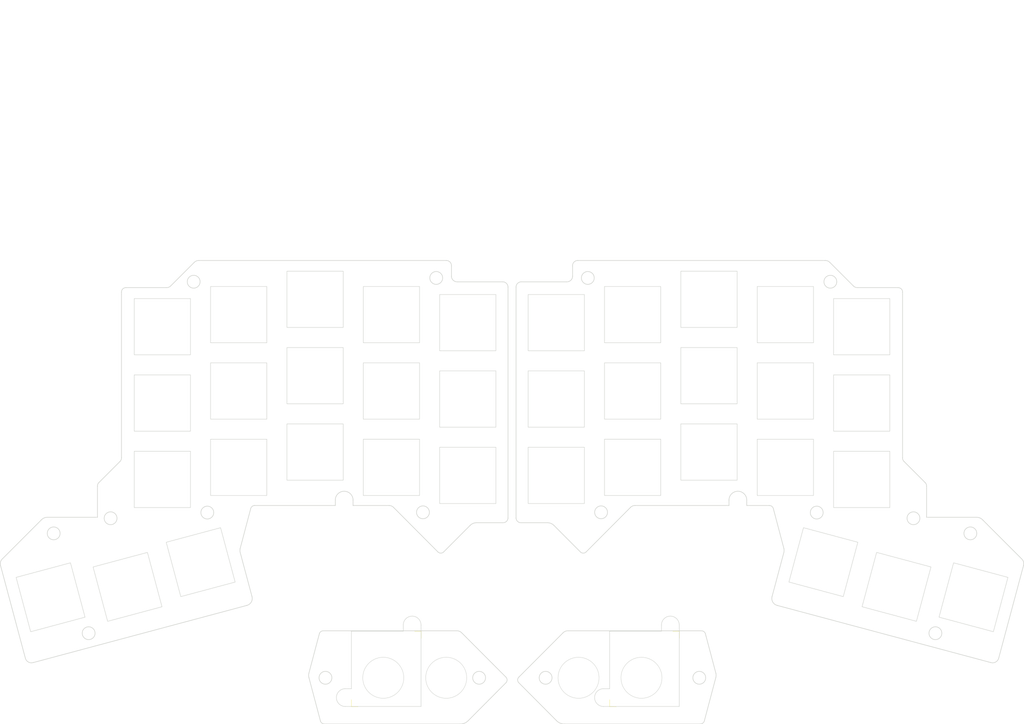
<source format=kicad_pcb>
(kicad_pcb (version 20211014) (generator pcbnew)
  (layers (0 "F.Cu" signal) (31 "B.Cu" signal) (34 "B.Paste" user) (35 "F.Paste" user) (36 "B.SilkS" user "B.Silkscreen") (37 "F.SilkS" user "F.Silkscreen") (38 "B.Mask" user) (39 "F.Mask" user) (44 "Edge.Cuts" user))
  (net 0 "")
  (footprint "jw_custom_footprint:CherryMX_Hotswap_cutout_switch_plate" (layer "F.Cu") (at 178.216184 76.183081)
    (fp_text reference "SW12" hide)
    (fp_text value "SW12")
    (fp_rect (start -7 -7) (end 7 7) (layer "Edge.Cuts") (width 0.12) (fill none))
  )
  (footprint "jw_custom_footprint:CherryMX_Hotswap_cutout_switch_plate" (layer "F.Cu") (at 178.216184 57.183481)
    (fp_text reference "SW7" hide)
    (fp_text value "SW7")
    (fp_rect (start -7 -7) (end 7 7) (layer "Edge.Cuts") (width 0.12) (fill none))
  )
  (footprint "jw_custom_footprint:CherryMX_Hotswap_cutout_switch_plate" (layer "F.Cu") (at 263.027044 108.508798 -15)
    (fp_text reference "SW20" hide)
    (fp_text value "SW20")
    (fp_rect (start -7 -7) (end 7 7) (layer "Edge.Cuts") (width 0.12) (fill none))
  )
  (footprint "jw_custom_footprint:MountingHole_3.2mm_M3_cutout" (layer "F.Cu") (at 227.417011 29.995237)
    (fp_text reference "TH1")
    (fp_text value "HOLE")
    (fp_circle (center 0 0) (end 1.6 0) (layer "Edge.Cuts") (width 0.15) (fill none))
  )
  (footprint "jw_custom_footprint:contact_button_cutout_10mm" (layer "F.Cu") (at 164.757992 128.539277)
    (fp_text reference "SW16" hide)
    (fp_text value "SW_Contact_Pad")
    (fp_circle (center 0 0) (end 5.1 0) (layer "Edge.Cuts") (width 0.1) (fill none))
  )
  (footprint "jw_custom_footprint:Nintendo_Switch_JOYSTICK_cutout_no_cable" (layer "F.Cu") (at 116.172989 126.332087)
    (fp_text reference "REF**")
    (fp_text value "Nintendo_Switch_JOYSTICK_cutout_no_cable")
    (fp_line (start -7.9248 9.398) (end -7.9248 7.6708) (layer "F.SilkS") (width 0.12))
    (fp_line (start 7.8232 -9.3472) (end 9.4488 -9.3472) (layer "F.SilkS") (width 0.12))
    (fp_line (start 9.4488 -9.3472) (end 9.4488 -7.62) (layer "F.SilkS") (width 0.12))
    (fp_line (start -6.2992 9.398) (end -7.9248 9.398) (layer "F.SilkS") (width 0.12))
    (fp_line (start -7.9248 4.9276) (end -9.4488 4.9276) (layer "Edge.Cuts") (width 0.12))
    (fp_line (start 4.9784 -9.398) (end 4.9784 -10.922) (layer "Edge.Cuts") (width 0.12))
    (fp_line (start 9.398 -10.922) (end 9.398 9.3472) (layer "Edge.Cuts") (width 0.12))
    (fp_line (start 9.398 9.3472) (end -9.4488 9.3472) (layer "Edge.Cuts") (width 0.12))
    (fp_line (start -7.9248 -9.398) (end -7.9248 4.9276) (layer "Edge.Cuts") (width 0.12))
    (fp_line (start -7.9248 -9.398) (end 4.9784 -9.398) (layer "Edge.Cuts") (width 0.12))
    (fp_arc (start 4.9784 -10.925142) (mid 7.189771 -13.13326) (end 9.398 -10.922) (layer "Edge.Cuts") (width 0.12))
    (fp_arc (start -9.4488 9.3472) (mid -11.660063 7.138971) (end -9.451942 4.9276) (layer "Edge.Cuts") (width 0.12))
  )
  (footprint "jw_custom_footprint:CherryMX_Hotswap_cutout_switch_plate" (layer "F.Cu") (at 159.215984 40.182481)
    (fp_text reference "SW1" hide)
    (fp_text value "SW1")
    (fp_rect (start -7 -7) (end 7 7) (layer "Edge.Cuts") (width 0.12) (fill none))
  )
  (footprint "jw_custom_footprint:CherryMX_Hotswap_cutout_switch_plate" (layer "F.Cu") (at 159.215984 59.182881)
    (fp_text reference "SW6" hide)
    (fp_text value "SW6")
    (fp_rect (start -7 -7) (end 7 7) (layer "Edge.Cuts") (width 0.12) (fill none))
  )
  (footprint "jw_custom_footprint:MountingHole_3.2mm_M3_cutout" (layer "F.Cu") (at 224.026056 87.433687)
    (fp_text reference "TH4")
    (fp_text value "HOLE")
    (fp_circle (center 0 0) (end 1.6 0) (layer "Edge.Cuts") (width 0.15) (fill none))
  )
  (footprint "jw_custom_footprint:MountingHole_3.2mm_M3_cutout" (layer "F.Cu") (at 248.091844 88.8492 180)
    (fp_text reference "MCU_1")
    (fp_text value "HOLE")
    (fp_circle (center 0 0) (end 1.6 0) (layer "Edge.Cuts") (width 0.15) (fill none))
  )
  (footprint "jw_custom_footprint:MountingHole_3.2mm_M3_cutout" (layer "F.Cu") (at 170.368611 87.371037)
    (fp_text reference "TH3")
    (fp_text value "HOLE")
    (fp_circle (center 0 0) (end 1.6 0) (layer "Edge.Cuts") (width 0.15) (fill none))
  )
  (footprint "jw_custom_footprint:MountingHole_3.2mm_M3_cutout" (layer "F.Cu") (at 262.251618 92.6084)
    (fp_text reference "MCU_2")
    (fp_text value "HOLE")
    (fp_circle (center 0 0) (end 1.6 0) (layer "Edge.Cuts") (width 0.15) (fill none))
  )
  (footprint "jw_custom_footprint:CherryMX_Hotswap_cutout_switch_plate" (layer "F.Cu") (at 243.875444 105.918 -15)
    (fp_text reference "SW19" hide)
    (fp_text value "SW19")
    (fp_rect (start -7 -7) (end 7 7) (layer "Edge.Cuts") (width 0.12) (fill none))
  )
  (footprint "jw_custom_footprint:contact_button_cutout_10mm" (layer "F.Cu") (at 180.416366 128.539277)
    (fp_text reference "SW17" hide)
    (fp_text value "SW_Contact_Pad")
    (fp_circle (center 0 0) (end 5.1 0) (layer "Edge.Cuts") (width 0.1) (fill none))
  )
  (footprint "jw_custom_footprint:CherryMX_Hotswap_cutout_switch_plate" (layer "F.Cu") (at 197.215584 72.373281)
    (fp_text reference "SW13" hide)
    (fp_text value "SW13")
    (fp_rect (start -7 -7) (end 7 7) (layer "Edge.Cuts") (width 0.12) (fill none))
  )
  (footprint "jw_custom_footprint:Nintendo_Switch_JOYSTICK_cutout_no_cable" (layer "F.Cu") (at 180.416366 126.332087)
    (fp_text reference "REF**")
    (fp_text value "Nintendo_Switch_JOYSTICK_cutout_no_cable")
    (fp_line (start -7.9248 9.398) (end -7.9248 7.6708) (layer "F.SilkS") (width 0.12))
    (fp_line (start 9.4488 -9.3472) (end 9.4488 -7.62) (layer "F.SilkS") (width 0.12))
    (fp_line (start -6.2992 9.398) (end -7.9248 9.398) (layer "F.SilkS") (width 0.12))
    (fp_line (start 7.8232 -9.3472) (end 9.4488 -9.3472) (layer "F.SilkS") (width 0.12))
    (fp_line (start -7.9248 4.9276) (end -9.4488 4.9276) (layer "Edge.Cuts") (width 0.12))
    (fp_line (start -7.9248 -9.398) (end 4.9784 -9.398) (layer "Edge.Cuts") (width 0.12))
    (fp_line (start 4.9784 -9.398) (end 4.9784 -10.922) (layer "Edge.Cuts") (width 0.12))
    (fp_line (start -7.9248 -9.398) (end -7.9248 4.9276) (layer "Edge.Cuts") (width 0.12))
    (fp_line (start 9.398 -10.922) (end 9.398 9.3472) (layer "Edge.Cuts") (width 0.12))
    (fp_line (start 9.398 9.3472) (end -9.4488 9.3472) (layer "Edge.Cuts") (width 0.12))
    (fp_arc (start -9.4488 9.3472) (mid -11.660063 7.138971) (end -9.451942 4.9276) (layer "Edge.Cuts") (width 0.12))
    (fp_arc (start 4.9784 -10.925142) (mid 7.189771 -13.13326) (end 9.398 -10.922) (layer "Edge.Cuts") (width 0.12))
  )
  (footprint "jw_custom_footprint:MountingHole_3.2mm_M3_cutout" (layer "F.Cu") (at 253.552844 117.4496)
    (fp_text reference "TH5")
    (fp_text value "HOLE")
    (fp_circle (center 0 0) (end 1.6 0) (layer "Edge.Cuts") (width 0.15) (fill none))
  )
  (footprint "jw_custom_footprint:CherryMX_Hotswap_cutout_switch_plate" (layer "F.Cu") (at 216.215784 38.183321)
    (fp_text reference "SW4" hide)
    (fp_text value "SW4")
    (fp_rect (start -7 -7) (end 7 7) (layer "Edge.Cuts") (width 0.12) (fill none))
  )
  (footprint "jw_custom_footprint:CherryMX_Hotswap_cutout_switch_plate" (layer "F.Cu") (at 178.216184 38.183881)
    (fp_text reference "SW2" hide)
    (fp_text value "SW2")
    (fp_rect (start -7 -7) (end 7 7) (layer "Edge.Cuts") (width 0.12) (fill none))
  )
  (footprint "jw_custom_footprint:CherryMX_Hotswap_cutout_switch_plate" (layer "F.Cu") (at 235.215482 41.183881)
    (fp_text reference "SW5" hide)
    (fp_text value "SW5")
    (fp_rect (start -7 -7) (end 7 7) (layer "Edge.Cuts") (width 0.12) (fill none))
  )
  (footprint "jw_custom_footprint:CherryMX_Hotswap_cutout_switch_plate" (layer "F.Cu") (at 216.215784 76.183681)
    (fp_text reference "SW14" hide)
    (fp_text value "SW14")
    (fp_rect (start -7 -7) (end 7 7) (layer "Edge.Cuts") (width 0.12) (fill none))
  )
  (footprint "jw_custom_footprint:CherryMX_Hotswap_cutout_switch_plate" (layer "F.Cu") (at 225.675618 99.771606 -15)
    (fp_text reference "SW18" hide)
    (fp_text value "SW18")
    (fp_rect (start -7 -7) (end 7 7) (layer "Edge.Cuts") (width 0.12) (fill none))
  )
  (footprint "jw_custom_footprint:MountingHole_3.2mm_M3_cutout" (layer "F.Cu") (at 194.801856 128.539277)
    (fp_text reference "JY_BT_2")
    (fp_text value "HOLE")
    (fp_circle (center 0 0) (end 1.6 0) (layer "Edge.Cuts") (width 0.15) (fill none))
  )
  (footprint "jw_custom_footprint:CherryMX_Hotswap_cutout_switch_plate" (layer "F.Cu") (at 235.215482 79.183681)
    (fp_text reference "SW15" hide)
    (fp_text value "SW15")
    (fp_rect (start -7 -7) (end 7 7) (layer "Edge.Cuts") (width 0.12) (fill none))
  )
  (footprint "jw_custom_footprint:CherryMX_Hotswap_cutout_switch_plate" (layer "F.Cu") (at 216.215784 57.183281)
    (fp_text reference "SW9" hide)
    (fp_text value "SW9")
    (fp_rect (start -7 -7) (end 7 7) (layer "Edge.Cuts") (width 0.12) (fill none))
  )
  (footprint "jw_custom_footprint:CherryMX_Hotswap_cutout_switch_plate" (layer "F.Cu") (at 235.215482 60.183681)
    (fp_text reference "SW10" hide)
    (fp_text value "SW10")
    (fp_rect (start -7 -7) (end 7 7) (layer "Edge.Cuts") (width 0.12) (fill none))
  )
  (footprint "jw_custom_footprint:CherryMX_Hotswap_cutout_switch_plate" (layer "F.Cu") (at 197.215584 34.373121)
    (fp_text reference "SW3" hide)
    (fp_text value "SW3")
    (fp_rect (start -7 -7) (end 7 7) (layer "Edge.Cuts") (width 0.12) (fill none))
  )
  (footprint "jw_custom_footprint:MountingHole_3.2mm_M3_cutout" (layer "F.Cu") (at 156.5656 128.539277)
    (fp_text reference "JY_BT_1")
    (fp_text value "HOLE")
    (fp_circle (center 0 0) (end 1.6 0) (layer "Edge.Cuts") (width 0.15) (fill none))
  )
  (footprint "jw_custom_footprint:MountingHole_3.2mm_M3_cutout" (layer "F.Cu") (at 167.065844 29.0534)
    (fp_text reference "TH2")
    (fp_text value "HOLE")
    (fp_circle (center 0 0) (end 1.6 0) (layer "Edge.Cuts") (width 0.15) (fill none))
  )
  (footprint "jw_custom_footprint:CherryMX_Hotswap_cutout_switch_plate" (layer "F.Cu") (at 197.215584 53.373081)
    (fp_text reference "SW8" hide)
    (fp_text value "SW8")
    (fp_rect (start -7 -7) (end 7 7) (layer "Edge.Cuts") (width 0.12) (fill none))
  )
  (footprint "jw_custom_footprint:CherryMX_Hotswap_cutout_switch_plate" (layer "F.Cu") (at 159.215984 78.183281)
    (fp_text reference "SW11" hide)
    (fp_text value "SW11")
    (fp_rect (start -7 -7) (end 7 7) (layer "Edge.Cuts") (width 0.12) (fill none))
  )
  (footprint "jw_custom_footprint:MountingHole_3.2mm_M3_cutout" (layer "B.Cu") (at 34.16515 92.6084 180)
    (fp_text reference "MCU_2")
    (fp_text value "HOLE")
    (fp_circle (center 0 0) (end 1.6 0) (layer "Edge.Cuts") (width 0.15) (fill none))
  )
  (footprint "jw_custom_footprint:MountingHole_3.2mm_M3_cutout" (layer "B.Cu") (at 140.023755 128.539277 180)
    (fp_text reference "JY_BT_1")
    (fp_text value "HOLE")
    (fp_circle (center 0 0) (end 1.6 0) (layer "Edge.Cuts") (width 0.15) (fill none))
  )
  (footprint "jw_custom_footprint:CherryMX_Hotswap_cutout_switch_plate" (layer "B.Cu") (at 137.200784 59.182881 180)
    (fp_text reference "SW6" hide)
    (fp_text value "SW6")
    (fp_rect (start -7 7) (end 7 -7) (layer "Edge.Cuts") (width 0.12) (fill none))
  )
  (footprint "jw_custom_footprint:CherryMX_Hotswap_cutout_switch_plate" (layer "B.Cu") (at 61.201286 60.183681 180)
    (fp_text reference "SW10" hide)
    (fp_text value "SW10")
    (fp_rect (start -7 7) (end 7 -7) (layer "Edge.Cuts") (width 0.12) (fill none))
  )
  (footprint "jw_custom_footprint:contact_button_cutout_10mm" (layer "B.Cu") (at 116.172989 128.539277 180)
    (fp_text reference "SW17" hide)
    (fp_text value "SW_Contact_Pad")
    (fp_circle (center 0 0) (end 5.1 0) (layer "Edge.Cuts") (width 0.1) (fill none))
  )
  (footprint "jw_custom_footprint:CherryMX_Hotswap_cutout_switch_plate" (layer "B.Cu") (at 137.200784 78.183281 180)
    (fp_text reference "SW11" hide)
    (fp_text value "SW11")
    (fp_rect (start -7 7) (end 7 -7) (layer "Edge.Cuts") (width 0.12) (fill none))
  )
  (footprint "jw_custom_footprint:CherryMX_Hotswap_cutout_switch_plate" (layer "B.Cu") (at 70.74115 99.771606 -165)
    (fp_text reference "SW18" hide)
    (fp_text value "SW18")
    (fp_rect (start -7 7) (end 7 -7) (layer "Edge.Cuts") (width 0.12) (fill none))
  )
  (footprint "jw_custom_footprint:CherryMX_Hotswap_cutout_switch_plate" (layer "B.Cu") (at 33.389724 108.508798 -165)
    (fp_text reference "SW20" hide)
    (fp_text value "SW20")
    (fp_rect (start -7 7) (end 7 -7) (layer "Edge.Cuts") (width 0.12) (fill none))
  )
  (footprint "jw_custom_footprint:MountingHole_3.2mm_M3_cutout" (layer "B.Cu") (at 42.863924 117.4496 180)
    (fp_text reference "TH5")
    (fp_text value "HOLE")
    (fp_circle (center 0 0) (end 1.6 0) (layer "Edge.Cuts") (width 0.15) (fill none))
  )
  (footprint "jw_custom_footprint:CherryMX_Hotswap_cutout_switch_plate" (layer "B.Cu") (at 61.201286 41.183881 180)
    (fp_text reference "SW5" hide)
    (fp_text value "SW5")
    (fp_rect (start -7 7) (end 7 -7) (layer "Edge.Cuts") (width 0.12) (fill none))
  )
  (footprint "jw_custom_footprint:MountingHole_3.2mm_M3_cutout" (layer "B.Cu") (at 72.390712 87.433687 180)
    (fp_text reference "TH4")
    (fp_text value "HOLE")
    (fp_circle (center 0 0) (end 1.6 0) (layer "Edge.Cuts") (width 0.15) (fill none))
  )
  (footprint "jw_custom_footprint:CherryMX_Hotswap_cutout_switch_plate" (layer "B.Cu") (at 99.201184 34.373121 180)
    (fp_text reference "SW3" hide)
    (fp_text value "SW3")
    (fp_rect (start -7 7) (end 7 -7) (layer "Edge.Cuts") (width 0.12) (fill none))
  )
  (footprint "jw_custom_footprint:MountingHole_3.2mm_M3_cutout" (layer "B.Cu") (at 48.324924 88.8492)
    (fp_text reference "MCU_1")
    (fp_text value "HOLE")
    (fp_circle (center 0 0) (end 1.6 0) (layer "Edge.Cuts") (width 0.15) (fill none))
  )
  (footprint "jw_custom_footprint:CherryMX_Hotswap_cutout_switch_plate" (layer "B.Cu") (at 80.200984 57.183281 180)
    (fp_text reference "SW9" hide)
    (fp_text value "SW9")
    (fp_rect (start -7 7) (end 7 -7) (layer "Edge.Cuts") (width 0.12) (fill none))
  )
  (footprint "jw_custom_footprint:CherryMX_Hotswap_cutout_switch_plate" (layer "B.Cu") (at 80.200984 76.183681 180)
    (fp_text reference "SW14" hide)
    (fp_text value "SW14")
    (fp_rect (start -7 7) (end 7 -7) (layer "Edge.Cuts") (width 0.12) (fill none))
  )
  (footprint "jw_custom_footprint:MountingHole_3.2mm_M3_cutout" (layer "B.Cu") (at 101.787499 128.539277 180)
    (fp_text reference "JY_BT_2")
    (fp_text value "HOLE")
    (fp_circle (center 0 0) (end 1.6 0) (layer "Edge.Cuts") (width 0.15) (fill none))
  )
  (footprint "jw_custom_footprint:CherryMX_Hotswap_cutout_switch_plate" (layer "B.Cu") (at 99.201184 72.373281 180)
    (fp_text reference "SW13" hide)
    (fp_text value "SW13")
    (fp_rect (start -7 7) (end 7 -7) (layer "Edge.Cuts") (width 0.12) (fill none))
  )
  (footprint "jw_custom_footprint:CherryMX_Hotswap_cutout_switch_plate" (layer "B.Cu") (at 80.200984 38.183321 180)
    (fp_text reference "SW4" hide)
    (fp_text value "SW4")
    (fp_rect (start -7 7) (end 7 -7) (layer "Edge.Cuts") (width 0.12) (fill none))
  )
  (footprint "jw_custom_footprint:CherryMX_Hotswap_cutout_switch_plate" (layer "B.Cu") (at 118.200584 76.183081 180)
    (fp_text reference "SW12" hide)
    (fp_text value "SW12")
    (fp_rect (start -7 7) (end 7 -7) (layer "Edge.Cuts") (width 0.12) (fill none))
  )
  (footprint "jw_custom_footprint:CherryMX_Hotswap_cutout_switch_plate" (layer "B.Cu") (at 99.201184 53.373081 180)
    (fp_text reference "SW8" hide)
    (fp_text value "SW8")
    (fp_rect (start -7 7) (end 7 -7) (layer "Edge.Cuts") (width 0.12) (fill none))
  )
  (footprint "jw_custom_footprint:contact_button_cutout_10mm" (layer "B.Cu") (at 131.831363 128.539277 180)
    (fp_text reference "SW16" hide)
    (fp_text value "SW_Contact_Pad")
    (fp_circle (center 0 0) (end 5.1 0) (layer "Edge.Cuts") (width 0.1) (fill none))
  )
  (footprint "jw_custom_footprint:CherryMX_Hotswap_cutout_switch_plate" (layer "B.Cu") (at 118.200584 38.183881 180)
    (fp_text reference "SW2" hide)
    (fp_text value "SW2")
    (fp_rect (start -7 7) (end 7 -7) (layer "Edge.Cuts") (width 0.12) (fill none))
  )
  (footprint "jw_custom_footprint:MountingHole_3.2mm_M3_cutout" (layer "B.Cu") (at 129.350924 29.0534 180)
    (fp_text reference "TH2")
    (fp_text value "HOLE")
    (fp_circle (center 0 0) (end 1.6 0) (layer "Edge.Cuts") (width 0.15) (fill none))
  )
  (footprint "jw_custom_footprint:MountingHole_3.2mm_M3_cutout" (layer "B.Cu") (at 68.999757 29.995237 180)
    (fp_text reference "TH1")
    (fp_text value "HOLE")
    (fp_circle (center 0 0) (end 1.6 0) (layer "Edge.Cuts") (width 0.15) (fill none))
  )
  (footprint "jw_custom_footprint:MountingHole_3.2mm_M3_cutout" (layer "B.Cu") (at 126.048157 87.371037 180)
    (fp_text reference "TH3")
    (fp_text value "HOLE")
    (fp_circle (center 0 0) (end 1.6 0) (layer "Edge.Cuts") (width 0.15) (fill none))
  )
  (footprint "jw_custom_footprint:CherryMX_Hotswap_cutout_switch_plate" (layer "B.Cu") (at 52.541324 105.918 -165)
    (fp_text reference "SW19" hide)
    (fp_text value "SW19")
    (fp_rect (start -7 7) (end 7 -7) (layer "Edge.Cuts") (width 0.12) (fill none))
  )
  (footprint "jw_custom_footprint:CherryMX_Hotswap_cutout_switch_plate" (layer "B.Cu") (at 137.200784 40.182481 180)
    (fp_text reference "SW1" hide)
    (fp_text value "SW1")
    (fp_rect (start -7 7) (end 7 -7) (layer "Edge.Cuts") (width 0.12) (fill none))
  )
  (footprint "jw_custom_footprint:CherryMX_Hotswap_cutout_switch_plate" (layer "B.Cu") (at 118.200584 57.183481 180)
    (fp_text reference "SW7" hide)
    (fp_text value "SW7")
    (fp_rect (start -7 7) (end 7 -7) (layer "Edge.Cuts") (width 0.12) (fill none))
  )
  (footprint "jw_custom_footprint:CherryMX_Hotswap_cutout_switch_plate" (layer "B.Cu") (at 61.201286 79.183681 180)
    (fp_text reference "SW15" hide)
    (fp_text value "SW15")
    (fp_rect (start -7 7) (end 7 -7) (layer "Edge.Cuts") (width 0.12) (fill none))
  )
  (gr_arc (start 146.668345 128.357367) (mid 146.980287 129.063223) (end 146.693745 129.779767) (layer "Edge.Cuts") (width 0.15))
  (gr_line (start 131.840124 24.711187) (end 70.307912 24.711391) (layer "Edge.Cuts") (width 0.15))
  (gr_arc (start 149.208384 31.312916) (mid 149.610098 30.391312) (end 150.543856 30.018721) (layer "Edge.Cuts") (width 0.15))
  (gr_line (start 133.140426 28.620516) (end 133.140426 26.069681) (layer "Edge.Cuts") (width 0.15))
  (gr_line (start 134.425545 116.847167) (end 101.253145 116.847167) (layer "Edge.Cuts") (width 0.15))
  (gr_arc (start 150.339218 89.962606) (mid 149.551209 89.590828) (end 149.208384 88.789806) (layer "Edge.Cuts") (width 0.15))
  (gr_arc (start 101.507145 140.031777) (mid 100.908892 139.821816) (end 100.541945 139.304767) (layer "Edge.Cuts") (width 0.15))
  (gr_arc (start 100.287945 117.511567) (mid 100.665926 117.027383) (end 101.253145 116.847167) (layer "Edge.Cuts") (width 0.15))
  (gr_arc (start 137.305188 139.216596) (mid 136.375954 139.840466) (end 135.273188 140.031777) (layer "Edge.Cuts") (width 0.15))
  (gr_line (start 159.284167 139.216596) (end 149.89561 129.779767) (layer "Edge.Cuts") (width 0.15))
  (gr_arc (start 163.276342 26.069681) (mid 163.632636 25.109179) (end 164.576644 24.711187) (layer "Edge.Cuts") (width 0.15))
  (gr_line (start 52.164639 31.467383) (end 62.179912 31.467383) (layer "Edge.Cuts") (width 0.15))
  (gr_arc (start 51.037372 32.572487) (mid 51.362714 31.776971) (end 52.164639 31.467791) (layer "Edge.Cuts") (width 0.15))
  (gr_arc (start 63.297512 31.023087) (mid 62.785787 31.363642) (end 62.179912 31.467383) (layer "Edge.Cuts") (width 0.15))
  (gr_line (start 206.61381 84.336297) (end 206.61381 85.675777) (layer "Edge.Cuts") (width 0.15))
  (gr_arc (start 161.316167 140.031777) (mid 160.213396 139.840476) (end 159.284167 139.216596) (layer "Edge.Cuts") (width 0.15))
  (gr_line (start 83.493714 108.281777) (end 80.584906 97.410577) (layer "Edge.Cuts") (width 0.15))
  (gr_line (start 146.07755 89.962606) (end 139.451557 89.962606) (layer "Edge.Cuts") (width 0.15))
  (gr_line (start 51.037372 73.771287) (end 51.037372 32.572487) (layer "Edge.Cuts") (width 0.15))
  (gr_arc (start 45.060312 80.883287) (mid 45.15479 80.354907) (end 45.466712 79.918087) (layer "Edge.Cuts") (width 0.15))
  (gr_arc (start 145.872912 30.018721) (mid 146.806681 30.391306) (end 147.208384 31.312916) (layer "Edge.Cuts") (width 0.15))
  (gr_line (start 147.208384 88.789806) (end 147.208384 31.312916) (layer "Edge.Cuts") (width 0.15))
  (gr_line (start 45.060312 80.883287) (end 45.060312 88.604887) (layer "Edge.Cuts") (width 0.15))
  (gr_arc (start 245.768456 74.736487) (mid 245.469098 74.296141) (end 245.379396 73.771287) (layer "Edge.Cuts") (width 0.15))
  (gr_line (start 165.196454 97.207377) (end 158.684611 90.675806) (layer "Edge.Cuts") (width 0.15))
  (gr_line (start 267.372364 124.7648) (end 214.218454 110.542377) (layer "Edge.Cuts") (width 0.15))
  (gr_line (start 226.108856 24.711391) (end 164.576644 24.711187) (layer "Edge.Cuts") (width 0.15))
  (gr_arc (start 83.493714 108.281777) (mid 83.332073 109.690605) (end 82.198314 110.542377) (layer "Edge.Cuts") (width 0.15))
  (gr_line (start 245.768456 74.736487) (end 250.950056 79.918087) (layer "Edge.Cuts") (width 0.15))
  (gr_arc (start 104.236454 84.336297) (mid 106.446254 82.126497) (end 108.656054 84.336297) (layer "Edge.Cuts") (width 0.15))
  (gr_arc (start 134.425545 116.847167) (mid 135.11551 116.966829) (end 135.695545 117.359167) (layer "Edge.Cuts") (width 0.15))
  (gr_arc (start 51.037372 73.771287) (mid 50.94766 74.296136) (end 50.648312 74.736487) (layer "Edge.Cuts") (width 0.15))
  (gr_line (start 215.831862 97.410577) (end 212.923054 108.281777) (layer "Edge.Cuts") (width 0.15))
  (gr_line (start 117.605914 85.675777) (end 108.656054 85.675777) (layer "Edge.Cuts") (width 0.15))
  (gr_arc (start 131.840124 24.711187) (mid 132.784181 25.109138) (end 133.140426 26.069681) (layer "Edge.Cuts") (width 0.15))
  (gr_line (start 212.237254 85.675777) (end 206.61381 85.675777) (layer "Edge.Cuts") (width 0.15))
  (gr_arc (start 69.139512 25.181087) (mid 69.67347 24.821263) (end 70.307912 24.711391) (layer "Edge.Cuts") (width 0.15))
  (gr_line (start 146.693745 129.779767) (end 137.305188 139.216596) (layer "Edge.Cuts") (width 0.15))
  (gr_line (start 195.33621 116.847167) (end 162.16381 116.847167) (layer "Edge.Cuts") (width 0.15))
  (gr_line (start 265.377256 89.316087) (end 274.965044 98.9076) (layer "Edge.Cuts") (width 0.15))
  (gr_line (start 108.656054 85.675777) (end 108.656054 84.333155) (layer "Edge.Cuts") (width 0.15))
  (gr_line (start 45.060312 88.604887) (end 32.665112 88.604887) (layer "Edge.Cuts") (width 0.15))
  (gr_line (start 202.19421 85.675777) (end 178.810854 85.675777) (layer "Edge.Cuts") (width 0.15))
  (gr_arc (start 263.751656 88.604887) (mid 264.643545 88.779704) (end 265.377256 89.316087) (layer "Edge.Cuts") (width 0.15))
  (gr_line (start 82.198314 110.542377) (end 29.044404 124.7648) (layer "Edge.Cuts") (width 0.15))
  (gr_line (start 227.277256 25.181087) (end 233.119256 31.023087) (layer "Edge.Cuts") (width 0.15))
  (gr_line (start 83.191932 86.437777) (end 80.559506 96.394577) (layer "Edge.Cuts") (width 0.15))
  (gr_line (start 45.466712 79.918087) (end 50.648312 74.736487) (layer "Edge.Cuts") (width 0.15))
  (gr_line (start 134.534229 30.018721) (end 145.872912 30.018721) (layer "Edge.Cuts") (width 0.15))
  (gr_arc (start 250.950056 79.918087) (mid 251.261939 80.35492) (end 251.356456 80.883287) (layer "Edge.Cuts") (width 0.15))
  (gr_line (start 150.543856 30.018721) (end 161.882539 30.018721) (layer "Edge.Cuts") (width 0.15))
  (gr_line (start 245.379396 32.572487) (end 245.379396 73.771287) (layer "Edge.Cuts") (width 0.15))
  (gr_line (start 202.19421 84.333155) (end 202.19421 85.675777) (layer "Edge.Cuts") (width 0.15))
  (gr_arc (start 234.236856 31.467383) (mid 233.630976 31.363659) (end 233.119256 31.023087) (layer "Edge.Cuts") (width 0.15))
  (gr_line (start 20.943724 100.6094) (end 27.117848 123.663103) (layer "Edge.Cuts") (width 0.15))
  (gr_arc (start 160.89381 117.359167) (mid 161.473845 116.966829) (end 162.16381 116.847167) (layer "Edge.Cuts") (width 0.15))
  (gr_line (start 104.236454 85.675777) (end 104.236454 84.336297) (layer "Edge.Cuts") (width 0.15))
  (gr_line (start 21.451724 98.9076) (end 31.039512 89.316087) (layer "Edge.Cuts") (width 0.15))
  (gr_line (start 198.94301 127.468367) (end 196.30141 117.511567) (layer "Edge.Cuts") (width 0.15))
  (gr_arc (start 156.965211 89.962606) (mid 157.901138 90.135432) (end 158.684611 90.675806) (layer "Edge.Cuts") (width 0.15))
  (gr_arc (start 195.33621 116.847167) (mid 195.923428 117.027384) (end 196.30141 117.511567) (layer "Edge.Cuts") (width 0.15))
  (gr_line (start 195.08221 140.031777) (end 161.316167 140.031777) (layer "Edge.Cuts") (width 0.15))
  (gr_line (start 215.857262 96.394577) (end 213.224836 86.437777) (layer "Edge.Cuts") (width 0.15))
  (gr_arc (start 214.218454 110.542377) (mid 213.084695 109.690605) (end 212.923054 108.281777) (layer "Edge.Cuts") (width 0.15))
  (gr_arc (start 134.534229 30.018721) (mid 133.548974 29.60706) (end 133.140426 28.620516) (layer "Edge.Cuts") (width 0.15))
  (gr_arc (start 20.943724 100.6094) (mid 20.944135 99.720712) (end 21.400924 98.9584) (layer "Edge.Cuts") (width 0.15))
  (gr_line (start 156.965211 89.962606) (end 150.339218 89.962606) (layer "Edge.Cuts") (width 0.15))
  (gr_line (start 118.774314 86.187777) (end 129.747114 97.207377) (layer "Edge.Cuts") (width 0.15))
  (gr_arc (start 31.039512 89.316087) (mid 31.773209 88.779665) (end 32.665112 88.604887) (layer "Edge.Cuts") (width 0.15))
  (gr_line (start 63.297512 31.023087) (end 69.139512 25.181087) (layer "Edge.Cuts") (width 0.15))
  (gr_line (start 269.29892 123.663103) (end 275.473044 100.6094) (layer "Edge.Cuts") (width 0.15))
  (gr_arc (start 226.108856 24.711391) (mid 226.743284 24.821279) (end 227.277256 25.181087) (layer "Edge.Cuts") (width 0.15))
  (gr_arc (start 196.04741 139.304767) (mid 195.680463 139.821816) (end 195.08221 140.031777) (layer "Edge.Cuts") (width 0.15))
  (gr_arc (start 147.208384 88.789806) (mid 146.865551 89.59084) (end 146.07755 89.962606) (layer "Edge.Cuts") (width 0.15))
  (gr_arc (start 29.044404 124.7648) (mid 27.85176 124.615078) (end 27.117848 123.663103) (layer "Edge.Cuts") (width 0.15))
  (gr_line (start 137.732157 90.675806) (end 131.220314 97.207377) (layer "Edge.Cuts") (width 0.15))
  (gr_arc (start 269.29892 123.663103) (mid 268.56501 124.615064) (end 267.372364 124.7648) (layer "Edge.Cuts") (width 0.15))
  (gr_arc (start 137.732157 90.675806) (mid 138.515625 90.13542) (end 139.451557 89.962606) (layer "Edge.Cuts") (width 0.15))
  (gr_arc (start 163.276342 28.620516) (mid 162.867811 29.60707) (end 161.882539 30.018721) (layer "Edge.Cuts") (width 0.15))
  (gr_arc (start 215.857262 96.394577) (mid 215.900946 96.903987) (end 215.831862 97.410577) (layer "Edge.Cuts") (width 0.15))
  (gr_line (start 263.751656 88.604887) (end 251.356456 88.604887) (layer "Edge.Cuts") (width 0.15))
  (gr_arc (start 212.237254 85.675777) (mid 212.860296 85.889262) (end 213.224836 86.437777) (layer "Edge.Cuts") (width 0.15))
  (gr_arc (start 244.252129 31.467791) (mid 245.054051 31.776981) (end 245.379396 32.572487) (layer "Edge.Cuts") (width 0.15))
  (gr_arc (start 149.89561 129.779767) (mid 149.609068 129.063223) (end 149.92101 128.357367) (layer "Edge.Cuts") (width 0.15))
  (gr_line (start 234.236856 31.467383) (end 244.252129 31.467383) (layer "Edge.Cuts") (width 0.15))
  (gr_arc (start 131.220314 97.207377) (mid 130.483714 97.52507) (end 129.747114 97.207377) (layer "Edge.Cuts") (width 0.15))
  (gr_arc (start 166.669654 97.207377) (mid 165.933054 97.52507) (end 165.196454 97.207377) (layer "Edge.Cuts") (width 0.15))
  (gr_line (start 149.208384 31.312916) (end 149.208384 88.789806) (layer "Edge.Cuts") (width 0.15))
  (gr_arc (start 275.015844 98.9584) (mid 275.472627 99.72071) (end 275.473044 100.6094) (layer "Edge.Cuts") (width 0.15))
  (gr_line (start 198.91761 128.484367) (end 196.04741 139.304767) (layer "Edge.Cuts") (width 0.15))
  (gr_arc (start 80.584906 97.410577) (mid 80.515822 96.903987) (end 80.559506 96.394577) (layer "Edge.Cuts") (width 0.15))
  (gr_arc (start 97.671745 128.484367) (mid 97.602661 127.977777) (end 97.646345 127.468367) (layer "Edge.Cuts") (width 0.15))
  (gr_line (start 104.236454 85.675777) (end 84.179514 85.675777) (layer "Edge.Cuts") (width 0.15))
  (gr_line (start 149.92101 128.357367) (end 160.89381 117.359167) (layer "Edge.Cuts") (width 0.15))
  (gr_arc (start 198.94301 127.468367) (mid 198.986694 127.977777) (end 198.91761 128.484367) (layer "Edge.Cuts") (width 0.15))
  (gr_line (start 135.273188 140.031777) (end 101.507145 140.031777) (layer "Edge.Cuts") (width 0.15))
  (gr_arc (start 202.19421 84.336297) (mid 204.40401 82.126497) (end 206.61381 84.336297) (layer "Edge.Cuts") (width 0.15))
  (gr_arc (start 117.605914 85.675777) (mid 118.244443 85.807796) (end 118.774314 86.187777) (layer "Edge.Cuts") (width 0.15))
  (gr_line (start 100.541945 139.304767) (end 97.671745 128.484367) (layer "Edge.Cuts") (width 0.15))
  (gr_line (start 163.276342 26.069681) (end 163.276342 28.620516) (layer "Edge.Cuts") (width 0.15))
  (gr_line (start 135.695545 117.359167) (end 146.668345 128.357367) (layer "Edge.Cuts") (width 0.15))
  (gr_line (start 100.287945 117.511567) (end 97.646345 127.468367) (layer "Edge.Cuts") (width 0.15))
  (gr_arc (start 83.191932 86.437777) (mid 83.556471 85.889261) (end 84.179514 85.675777) (layer "Edge.Cuts") (width 0.15))
  (gr_line (start 251.356456 88.604887) (end 251.356456 80.883287) (layer "Edge.Cuts") (width 0.15))
  (gr_line (start 166.669654 97.207377) (end 177.642454 86.187777) (layer "Edge.Cuts") (width 0.15))
  (gr_arc (start 177.642454 86.187777) (mid 178.172325 85.807796) (end 178.810854 85.675777) (layer "Edge.Cuts") (width 0.15))
)
</source>
